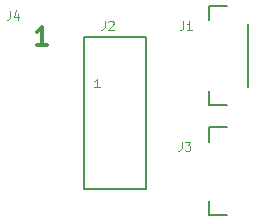
<source format=gbr>
G04 #@! TF.FileFunction,Legend,Top*
%FSLAX46Y46*%
G04 Gerber Fmt 4.6, Leading zero omitted, Abs format (unit mm)*
G04 Created by KiCad (PCBNEW 4.0.0-rc1-stable) date 11/10/2015 10:30:29 PM*
%MOMM*%
G01*
G04 APERTURE LIST*
%ADD10C,0.100000*%
%ADD11C,0.300000*%
%ADD12C,0.150000*%
%ADD13C,0.120000*%
G04 APERTURE END LIST*
D10*
D11*
X142668572Y-99230571D02*
X141811429Y-99230571D01*
X142240001Y-99230571D02*
X142240001Y-97730571D01*
X142097144Y-97944857D01*
X141954286Y-98087714D01*
X141811429Y-98159143D01*
D12*
X156437000Y-103163000D02*
X156437000Y-104363000D01*
X157937000Y-104363000D02*
X156437000Y-104363000D01*
X157937000Y-95963000D02*
X156437000Y-95963000D01*
X156437000Y-97163000D02*
X156437000Y-95963000D01*
X159737000Y-97463000D02*
X159737000Y-102863000D01*
X145863000Y-98629000D02*
X151063000Y-98629000D01*
X145863000Y-111429000D02*
X145863000Y-98629000D01*
X151063000Y-111429000D02*
X145863000Y-111429000D01*
X151063000Y-98629000D02*
X151063000Y-111429000D01*
X156437000Y-112450000D02*
X156437000Y-113650000D01*
X157937000Y-113650000D02*
X156437000Y-113650000D01*
X157937000Y-106250000D02*
X156437000Y-106250000D01*
X156437000Y-107450000D02*
X156437000Y-106250000D01*
D13*
X154219000Y-97280286D02*
X154219000Y-97816000D01*
X154183286Y-97923143D01*
X154111857Y-97994571D01*
X154004714Y-98030286D01*
X153933286Y-98030286D01*
X154969001Y-98030286D02*
X154540429Y-98030286D01*
X154754715Y-98030286D02*
X154754715Y-97280286D01*
X154683286Y-97387429D01*
X154611858Y-97458857D01*
X154540429Y-97494571D01*
X147578000Y-97218286D02*
X147578000Y-97754000D01*
X147542286Y-97861143D01*
X147470857Y-97932571D01*
X147363714Y-97968286D01*
X147292286Y-97968286D01*
X147899429Y-97289714D02*
X147935143Y-97254000D01*
X148006572Y-97218286D01*
X148185143Y-97218286D01*
X148256572Y-97254000D01*
X148292286Y-97289714D01*
X148328001Y-97361143D01*
X148328001Y-97432571D01*
X148292286Y-97539714D01*
X147863715Y-97968286D01*
X148328001Y-97968286D01*
X147142286Y-102868286D02*
X146713714Y-102868286D01*
X146928000Y-102868286D02*
X146928000Y-102118286D01*
X146856571Y-102225429D01*
X146785143Y-102296857D01*
X146713714Y-102332571D01*
X154092000Y-107473286D02*
X154092000Y-108009000D01*
X154056286Y-108116143D01*
X153984857Y-108187571D01*
X153877714Y-108223286D01*
X153806286Y-108223286D01*
X154377715Y-107473286D02*
X154842001Y-107473286D01*
X154592001Y-107759000D01*
X154699143Y-107759000D01*
X154770572Y-107794714D01*
X154806286Y-107830429D01*
X154842001Y-107901857D01*
X154842001Y-108080429D01*
X154806286Y-108151857D01*
X154770572Y-108187571D01*
X154699143Y-108223286D01*
X154484858Y-108223286D01*
X154413429Y-108187571D01*
X154377715Y-108151857D01*
X139577000Y-96363286D02*
X139577000Y-96899000D01*
X139541286Y-97006143D01*
X139469857Y-97077571D01*
X139362714Y-97113286D01*
X139291286Y-97113286D01*
X140255572Y-96613286D02*
X140255572Y-97113286D01*
X140077001Y-96327571D02*
X139898429Y-96863286D01*
X140362715Y-96863286D01*
M02*

</source>
